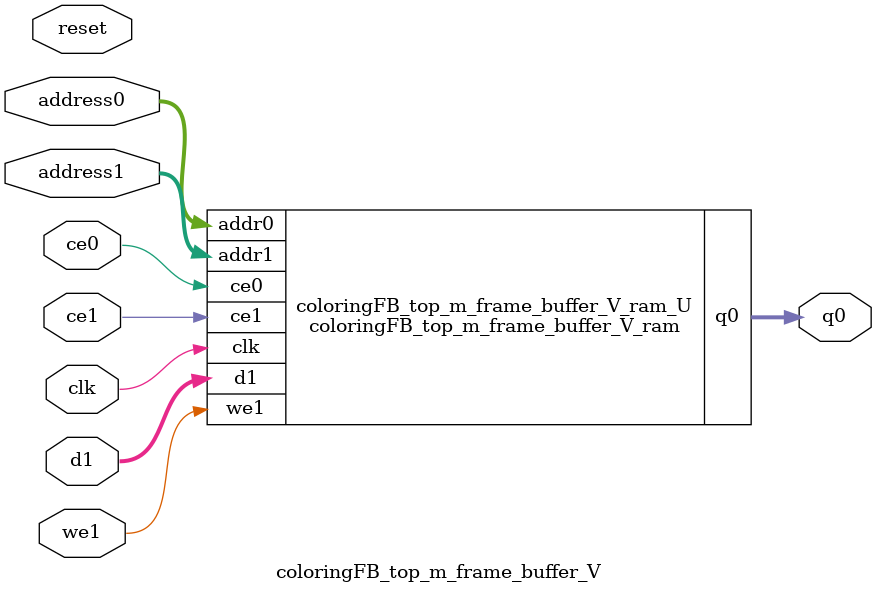
<source format=v>
`timescale 1 ns / 1 ps
module coloringFB_top_m_frame_buffer_V_ram (addr0, ce0, q0, addr1, ce1, d1, we1,  clk);

parameter DWIDTH = 8;
parameter AWIDTH = 15;
parameter MEM_SIZE = 32768;

input[AWIDTH-1:0] addr0;
input ce0;
output wire[DWIDTH-1:0] q0;
input[AWIDTH-1:0] addr1;
input ce1;
input[DWIDTH-1:0] d1;
input we1;
input clk;

(* ram_style = "block" *)reg [DWIDTH-1:0] ram[0:MEM_SIZE-1];
reg [DWIDTH-1:0] q0_t0;
reg [DWIDTH-1:0] q0_t1;

genvar i;
generate
    for (i=0; i<MEM_SIZE; i=i+1) begin
        initial ram[i] = 0;
    end
endgenerate

assign q0 = q0_t1;

always @(posedge clk)  
begin
    if (ce0) 
    begin
        q0_t1 <= q0_t0;
    end
end


always @(posedge clk)  
begin 
    if (ce0) begin
        q0_t0 <= ram[addr0];
    end
end


always @(posedge clk)  
begin 
    if (ce1) begin
        if (we1) 
            ram[addr1] <= d1; 
    end
end


endmodule

`timescale 1 ns / 1 ps
module coloringFB_top_m_frame_buffer_V(
    reset,
    clk,
    address0,
    ce0,
    q0,
    address1,
    ce1,
    we1,
    d1);

parameter DataWidth = 32'd8;
parameter AddressRange = 32'd32768;
parameter AddressWidth = 32'd15;
input reset;
input clk;
input[AddressWidth - 1:0] address0;
input ce0;
output[DataWidth - 1:0] q0;
input[AddressWidth - 1:0] address1;
input ce1;
input we1;
input[DataWidth - 1:0] d1;



coloringFB_top_m_frame_buffer_V_ram coloringFB_top_m_frame_buffer_V_ram_U(
    .clk( clk ),
    .addr0( address0 ),
    .ce0( ce0 ),
    .q0( q0 ),
    .addr1( address1 ),
    .ce1( ce1 ),
    .we1( we1 ),
    .d1( d1 ));

endmodule


</source>
